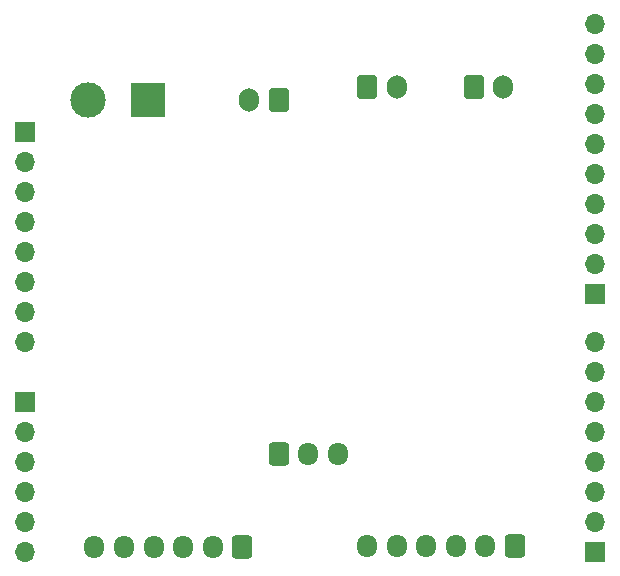
<source format=gbr>
%TF.GenerationSoftware,KiCad,Pcbnew,8.0.6*%
%TF.CreationDate,2025-01-21T14:15:02+01:00*%
%TF.ProjectId,Drivers_PCB,44726976-6572-4735-9f50-43422e6b6963,rev?*%
%TF.SameCoordinates,Original*%
%TF.FileFunction,Soldermask,Bot*%
%TF.FilePolarity,Negative*%
%FSLAX46Y46*%
G04 Gerber Fmt 4.6, Leading zero omitted, Abs format (unit mm)*
G04 Created by KiCad (PCBNEW 8.0.6) date 2025-01-21 14:15:02*
%MOMM*%
%LPD*%
G01*
G04 APERTURE LIST*
G04 Aperture macros list*
%AMRoundRect*
0 Rectangle with rounded corners*
0 $1 Rounding radius*
0 $2 $3 $4 $5 $6 $7 $8 $9 X,Y pos of 4 corners*
0 Add a 4 corners polygon primitive as box body*
4,1,4,$2,$3,$4,$5,$6,$7,$8,$9,$2,$3,0*
0 Add four circle primitives for the rounded corners*
1,1,$1+$1,$2,$3*
1,1,$1+$1,$4,$5*
1,1,$1+$1,$6,$7*
1,1,$1+$1,$8,$9*
0 Add four rect primitives between the rounded corners*
20,1,$1+$1,$2,$3,$4,$5,0*
20,1,$1+$1,$4,$5,$6,$7,0*
20,1,$1+$1,$6,$7,$8,$9,0*
20,1,$1+$1,$8,$9,$2,$3,0*%
G04 Aperture macros list end*
%ADD10R,3.000000X3.000000*%
%ADD11C,3.000000*%
%ADD12RoundRect,0.250000X0.600000X0.725000X-0.600000X0.725000X-0.600000X-0.725000X0.600000X-0.725000X0*%
%ADD13O,1.700000X1.950000*%
%ADD14RoundRect,0.250000X-0.600000X-0.750000X0.600000X-0.750000X0.600000X0.750000X-0.600000X0.750000X0*%
%ADD15O,1.700000X2.000000*%
%ADD16RoundRect,0.250000X-0.600000X-0.725000X0.600000X-0.725000X0.600000X0.725000X-0.600000X0.725000X0*%
%ADD17RoundRect,0.250000X0.600000X0.750000X-0.600000X0.750000X-0.600000X-0.750000X0.600000X-0.750000X0*%
%ADD18R,1.700000X1.700000*%
%ADD19O,1.700000X1.700000*%
G04 APERTURE END LIST*
D10*
%TO.C,J1*%
X105390000Y-52050000D03*
D11*
X100310000Y-52050000D03*
%TD*%
D12*
%TO.C,J5*%
X136500000Y-89800000D03*
D13*
X134000000Y-89800000D03*
X131500000Y-89800000D03*
X129000000Y-89800000D03*
X126500000Y-89800000D03*
X124000000Y-89800000D03*
%TD*%
D14*
%TO.C,J6*%
X133000000Y-51000000D03*
D15*
X135500000Y-51000000D03*
%TD*%
D12*
%TO.C,J3*%
X113400000Y-89900000D03*
D13*
X110900000Y-89900000D03*
X108400000Y-89900000D03*
X105900000Y-89900000D03*
X103400000Y-89900000D03*
X100900000Y-89900000D03*
%TD*%
D16*
%TO.C,J4*%
X116500000Y-82000000D03*
D13*
X119000000Y-82000000D03*
X121500000Y-82000000D03*
%TD*%
D17*
%TO.C,J11*%
X116500000Y-52100000D03*
D15*
X114000000Y-52100000D03*
%TD*%
D14*
%TO.C,J2*%
X124000000Y-51000000D03*
D15*
X126500000Y-51000000D03*
%TD*%
D18*
%TO.C,J8*%
X95000000Y-77650000D03*
D19*
X95000000Y-80190000D03*
X95000000Y-82730000D03*
X95000000Y-85270000D03*
X95000000Y-87810000D03*
X95000000Y-90350000D03*
%TD*%
D18*
%TO.C,J7*%
X95000000Y-54790000D03*
D19*
X95000000Y-57330000D03*
X95000000Y-59870000D03*
X95000000Y-62410000D03*
X95000000Y-64950000D03*
X95000000Y-67490000D03*
X95000000Y-70030000D03*
X95000000Y-72570000D03*
%TD*%
D18*
%TO.C,J9*%
X143250000Y-68450000D03*
D19*
X143250000Y-65910000D03*
X143250000Y-63370000D03*
X143250000Y-60830000D03*
X143250000Y-58290000D03*
X143250000Y-55750000D03*
X143250000Y-53210000D03*
X143250000Y-50670000D03*
X143250000Y-48130000D03*
X143250000Y-45590000D03*
%TD*%
D18*
%TO.C,J10*%
X143300000Y-90290000D03*
D19*
X143300000Y-87750000D03*
X143300000Y-85210000D03*
X143300000Y-82670000D03*
X143300000Y-80130000D03*
X143300000Y-77590000D03*
X143300000Y-75050000D03*
X143300000Y-72510000D03*
%TD*%
M02*

</source>
